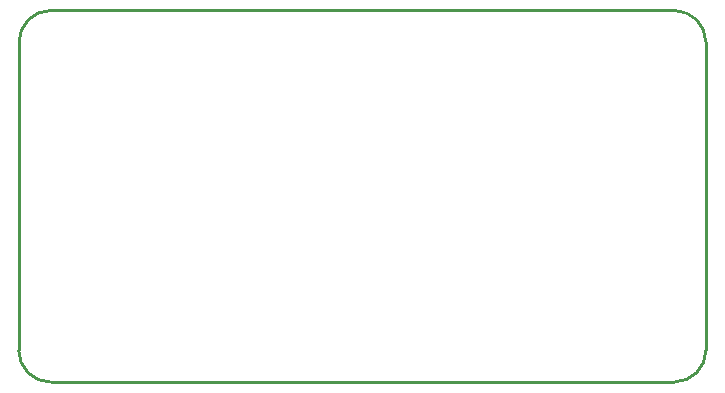
<source format=gbr>
%FSLAX34Y34*%
%MOMM*%
%LNOUTLINE*%
G71*
G01*
%ADD10C, 0.25*%
%ADD11C, 0.25*%
%LPD*%
G54D10*
X360362Y709488D02*
X360362Y449138D01*
G54D10*
G75*
G01X360162Y448738D02*
G03X387150Y421750I26988J0D01*
G01*
G54D10*
G75*
G01X387390Y736518D02*
G03X360402Y709530I0J-26988D01*
G01*
G54D10*
G75*
G01X941970Y709491D02*
G03X914982Y736479I-26988J0D01*
G01*
G54D11*
X387400Y736500D02*
X915000Y736500D01*
G54D10*
G75*
G01X915042Y421810D02*
G03X942030Y448798I0J26988D01*
G01*
G54D11*
X942000Y709600D02*
X942000Y448800D01*
G54D11*
X915100Y421800D02*
X387400Y421800D01*
M02*

</source>
